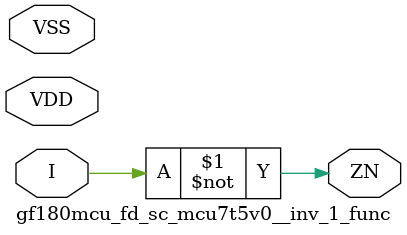
<source format=v>

module gf180mcu_fd_sc_mcu7t5v0__inv_1_func( I, ZN, VDD, VSS );
input I;
inout VDD, VSS;
output ZN;

	not MGM_BG_0( ZN, I );

endmodule

</source>
